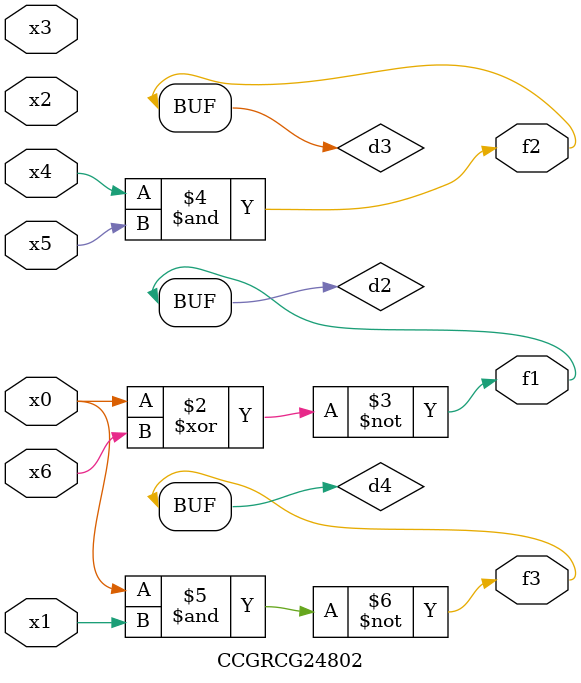
<source format=v>
module CCGRCG24802(
	input x0, x1, x2, x3, x4, x5, x6,
	output f1, f2, f3
);

	wire d1, d2, d3, d4;

	nor (d1, x0);
	xnor (d2, x0, x6);
	and (d3, x4, x5);
	nand (d4, x0, x1);
	assign f1 = d2;
	assign f2 = d3;
	assign f3 = d4;
endmodule

</source>
